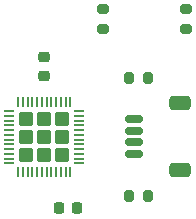
<source format=gbr>
%TF.GenerationSoftware,KiCad,Pcbnew,9.0.0-9.0.0-2~ubuntu24.04.1*%
%TF.CreationDate,2025-04-10T08:36:23-04:00*%
%TF.ProjectId,Touch,546f7563-682e-46b6-9963-61645f706362,0*%
%TF.SameCoordinates,Original*%
%TF.FileFunction,Paste,Top*%
%TF.FilePolarity,Positive*%
%FSLAX46Y46*%
G04 Gerber Fmt 4.6, Leading zero omitted, Abs format (unit mm)*
G04 Created by KiCad (PCBNEW 9.0.0-9.0.0-2~ubuntu24.04.1) date 2025-04-10 08:36:23*
%MOMM*%
%LPD*%
G01*
G04 APERTURE LIST*
G04 Aperture macros list*
%AMRoundRect*
0 Rectangle with rounded corners*
0 $1 Rounding radius*
0 $2 $3 $4 $5 $6 $7 $8 $9 X,Y pos of 4 corners*
0 Add a 4 corners polygon primitive as box body*
4,1,4,$2,$3,$4,$5,$6,$7,$8,$9,$2,$3,0*
0 Add four circle primitives for the rounded corners*
1,1,$1+$1,$2,$3*
1,1,$1+$1,$4,$5*
1,1,$1+$1,$6,$7*
1,1,$1+$1,$8,$9*
0 Add four rect primitives between the rounded corners*
20,1,$1+$1,$2,$3,$4,$5,0*
20,1,$1+$1,$4,$5,$6,$7,0*
20,1,$1+$1,$6,$7,$8,$9,0*
20,1,$1+$1,$8,$9,$2,$3,0*%
G04 Aperture macros list end*
%ADD10RoundRect,0.200000X0.275000X-0.200000X0.275000X0.200000X-0.275000X0.200000X-0.275000X-0.200000X0*%
%ADD11RoundRect,0.225000X-0.250000X0.225000X-0.250000X-0.225000X0.250000X-0.225000X0.250000X0.225000X0*%
%ADD12RoundRect,0.200000X-0.200000X-0.275000X0.200000X-0.275000X0.200000X0.275000X-0.200000X0.275000X0*%
%ADD13RoundRect,0.150000X0.625000X-0.150000X0.625000X0.150000X-0.625000X0.150000X-0.625000X-0.150000X0*%
%ADD14RoundRect,0.250000X0.650000X-0.350000X0.650000X0.350000X-0.650000X0.350000X-0.650000X-0.350000X0*%
%ADD15RoundRect,0.250000X0.370000X0.370000X-0.370000X0.370000X-0.370000X-0.370000X0.370000X-0.370000X0*%
%ADD16RoundRect,0.050000X0.350000X0.050000X-0.350000X0.050000X-0.350000X-0.050000X0.350000X-0.050000X0*%
%ADD17RoundRect,0.050000X0.050000X0.350000X-0.050000X0.350000X-0.050000X-0.350000X0.050000X-0.350000X0*%
%ADD18RoundRect,0.225000X0.225000X0.250000X-0.225000X0.250000X-0.225000X-0.250000X0.225000X-0.250000X0*%
G04 APERTURE END LIST*
D10*
%TO.C,R24*%
X222000000Y-133825000D03*
X222000000Y-132175000D03*
%TD*%
D11*
%TO.C,C18*%
X210000000Y-136225000D03*
X210000000Y-137775000D03*
%TD*%
D12*
%TO.C,R17*%
X217175000Y-138000000D03*
X218825000Y-138000000D03*
%TD*%
D13*
%TO.C,J2*%
X217630000Y-144430000D03*
X217630000Y-143430000D03*
X217630000Y-142430000D03*
X217630000Y-141430000D03*
D14*
X221505000Y-145730000D03*
X221505000Y-140130000D03*
%TD*%
D15*
%TO.C,U8*%
X211530000Y-144530000D03*
X211530000Y-143000000D03*
X211530000Y-141470000D03*
X210000000Y-144530000D03*
X210000000Y-143000000D03*
X210000000Y-141470000D03*
X208470000Y-144530000D03*
X208470000Y-143000000D03*
X208470000Y-141470000D03*
D16*
X212950000Y-145200000D03*
X212950000Y-144800000D03*
X212950000Y-144400000D03*
X212950000Y-144000000D03*
X212950000Y-143600000D03*
X212950000Y-143200000D03*
X212950000Y-142800000D03*
X212950000Y-142400000D03*
X212950000Y-142000000D03*
X212950000Y-141600000D03*
X212950000Y-141200000D03*
X212950000Y-140800000D03*
D17*
X212200000Y-140050000D03*
X211800000Y-140050000D03*
X211400000Y-140050000D03*
X211000000Y-140050000D03*
X210600000Y-140050000D03*
X210200000Y-140050000D03*
X209800000Y-140050000D03*
X209400000Y-140050000D03*
X209000000Y-140050000D03*
X208600000Y-140050000D03*
X208200000Y-140050000D03*
X207800000Y-140050000D03*
D16*
X207050000Y-140800000D03*
X207050000Y-141200000D03*
X207050000Y-141600000D03*
X207050000Y-142000000D03*
X207050000Y-142400000D03*
X207050000Y-142800000D03*
X207050000Y-143200000D03*
X207050000Y-143600000D03*
X207050000Y-144000000D03*
X207050000Y-144400000D03*
X207050000Y-144800000D03*
X207050000Y-145200000D03*
D17*
X207800000Y-145950000D03*
X208200000Y-145950000D03*
X208600000Y-145950000D03*
X209000000Y-145950000D03*
X209400000Y-145950000D03*
X209800000Y-145950000D03*
X210200000Y-145950000D03*
X210600000Y-145950000D03*
X211000000Y-145950000D03*
X211400000Y-145950000D03*
X211800000Y-145950000D03*
X212200000Y-145950000D03*
%TD*%
D10*
%TO.C,R22*%
X215000000Y-133825000D03*
X215000000Y-132175000D03*
%TD*%
D12*
%TO.C,R21*%
X217175000Y-148000000D03*
X218825000Y-148000000D03*
%TD*%
D18*
%TO.C,C19*%
X212775000Y-149000000D03*
X211225000Y-149000000D03*
%TD*%
M02*

</source>
